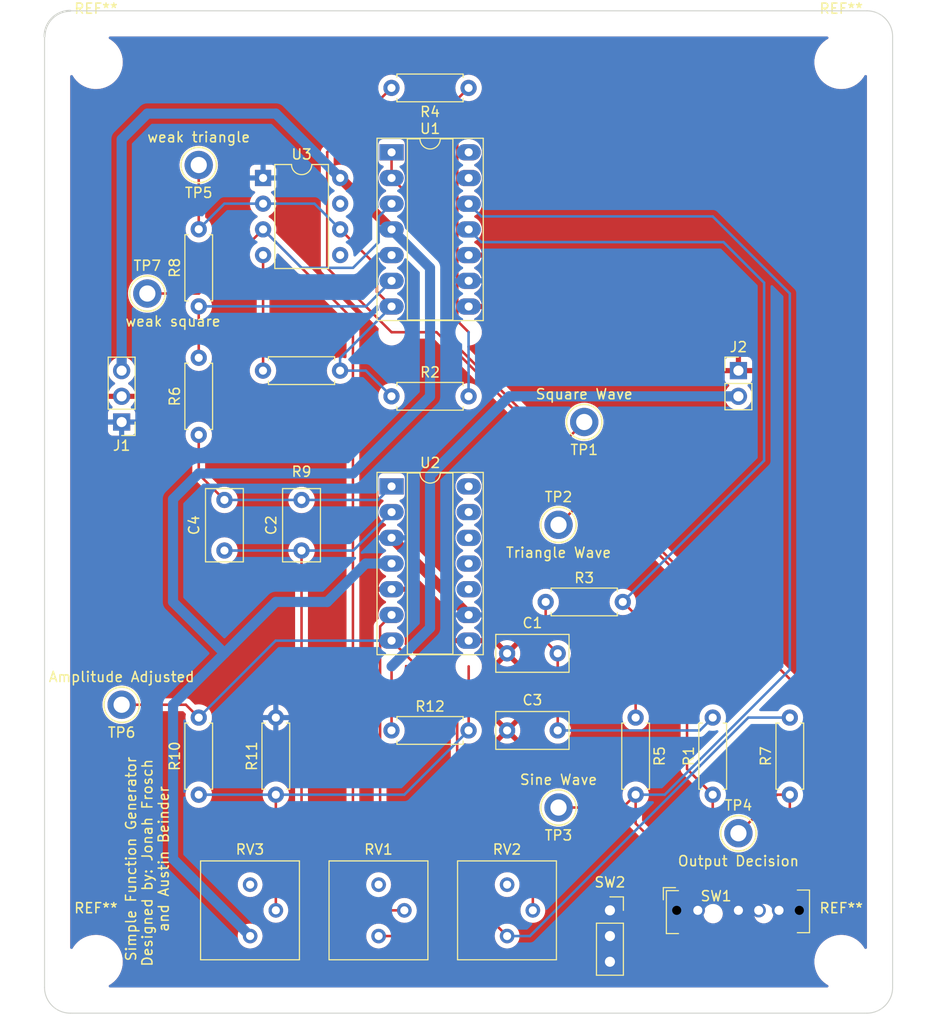
<source format=kicad_pcb>
(kicad_pcb (version 20211014) (generator pcbnew)
  (layers (0 "F.Cu" signal) (31 "B.Cu" signal) (34 "B.Paste" user) (35 "F.Paste" user) (36 "B.SilkS" user "B.Silkscreen") (37 "F.SilkS" user "F.Silkscreen") (38 "B.Mask" user) (39 "F.Mask" user) (44 "Edge.Cuts" user))
  (net 0 "")
  (net 1 "GND")
  (net 2 "Net-(C1-Pad2)")
  (net 3 "Net-(C2-Pad1)")
  (net 4 "Net-(C2-Pad2)")
  (net 5 "+6V")
  (net 6 "-6V")
  (net 7 "output_waveform")
  (net 8 "triangle_wave")
  (net 9 "triangle_weak")
  (net 10 "Net-(R2-Pad2)")
  (net 11 "Net-(R3-Pad2)")
  (net 12 "sine_wave")
  (net 13 "Net-(R6-Pad2)")
  (net 14 "Net-(R7-Pad1)")
  (net 15 "Net-(R7-Pad2)")
  (net 16 "Net-(R9-Pad2)")
  (net 17 "Net-(R10-Pad1)")
  (net 18 "Net-(R10-Pad2)")
  (net 19 "square_wave_weak")
  (net 23 "square_wave")
  (net 29 "Net-(SW1-Pad3)")
  (footprint "Capacitor_THT:C_Rect_L7.0mm_W3.5mm_P5.00mm" (layer "F.Cu") (at 96.52 88.9 90)
    (fp_text reference "C4" (at 2.5 -3 90) (layer "F.SilkS"))
    (fp_text value "100n")
    (fp_line (start -1.12 -1.87) (end 6.12 -1.87) (layer "F.SilkS") (width 0.12))
    (fp_line (start 6.12 -1.87) (end 6.12 1.87) (layer "F.SilkS") (width 0.12))
    (fp_line (start -1.12 -1.87) (end -1.12 1.87) (layer "F.SilkS") (width 0.12))
    (fp_line (start -1.12 1.87) (end 6.12 1.87) (layer "F.SilkS") (width 0.12))
    (pad "1" thru_hole circle (at 0 0 90) (size 1.6 1.6) (drill 0.8) (layers *.Cu *.Mask) (net 3 "Net-(C2-Pad1)"))
    (pad "2" thru_hole circle (at 5 0 90) (size 1.6 1.6) (drill 0.8) (layers *.Cu *.Mask) (net 4 "Net-(C2-Pad2)"))
  )
  (footprint "MountingHole:MountingHole_4.3mm_M4" (layer "F.Cu") (at 157.48 129.54)
    (fp_text reference "REF**" (at 0 -5.3) (layer "F.SilkS"))
    (fp_text value "MountingHole_4.3mm_M4")
    (pad "" np_thru_hole circle (at 0 0) (size 4.3 4.3) (drill 4.3) (layers *.Cu *.Mask))
  )
  (footprint "Potentiometer_THT:Potentiometer_Bourns_3386P_Vertical" (layer "F.Cu") (at 99.06 127)
    (fp_text reference "RV3" (at -0.015 -8.555) (layer "F.SilkS"))
    (fp_text value "5k")
    (fp_line (start -4.9 2.345) (end 4.87 2.345) (layer "F.SilkS") (width 0.12))
    (fp_line (start -4.9 -7.425) (end 4.87 -7.425) (layer "F.SilkS") (width 0.12))
    (fp_line (start 4.87 -7.425) (end 4.87 2.345) (layer "F.SilkS") (width 0.12))
    (fp_line (start -4.9 -7.425) (end -4.9 2.345) (layer "F.SilkS") (width 0.12))
    (pad "1" thru_hole circle (at 0 0) (size 1.44 1.44) (drill 0.8) (layers *.Cu *.Mask) (net 5 "+6V"))
    (pad "2" thru_hole circle (at 2.54 -2.54) (size 1.44 1.44) (drill 0.8) (layers *.Cu *.Mask) (net 17 "Net-(R10-Pad1)"))
    (pad "3" thru_hole circle (at 0 -5.08) (size 1.44 1.44) (drill 0.8) (layers *.Cu *.Mask))
  )
  (footprint "Resistor_THT:R_Axial_DIN0207_L6.3mm_D2.5mm_P7.62mm_Horizontal" (layer "F.Cu") (at 93.98 113.03 90)
    (fp_text reference "R10" (at 3.81 -2.37 90) (layer "F.SilkS"))
    (fp_text value "1k")
    (fp_line (start 0.54 1.04) (end 0.54 1.37) (layer "F.SilkS") (width 0.12))
    (fp_line (start 7.08 1.37) (end 7.08 1.04) (layer "F.SilkS") (width 0.12))
    (fp_line (start 0.54 -1.04) (end 0.54 -1.37) (layer "F.SilkS") (width 0.12))
    (fp_line (start 0.54 -1.37) (end 7.08 -1.37) (layer "F.SilkS") (width 0.12))
    (fp_line (start 0.54 1.37) (end 7.08 1.37) (layer "F.SilkS") (width 0.12))
    (fp_line (start 7.08 -1.37) (end 7.08 -1.04) (layer "F.SilkS") (width 0.12))
    (pad "1" thru_hole circle (at 0 0 90) (size 1.6 1.6) (drill 0.8) (layers *.Cu *.Mask) (net 17 "Net-(R10-Pad1)"))
    (pad "2" thru_hole oval (at 7.62 0 90) (size 1.6 1.6) (drill 0.8) (layers *.Cu *.Mask) (net 18 "Net-(R10-Pad2)"))
  )
  (footprint "Potentiometer_THT:Potentiometer_Bourns_3386P_Vertical" (layer "F.Cu") (at 111.76 127)
    (fp_text reference "RV1" (at -0.015 -8.555) (layer "F.SilkS"))
    (fp_text value "50k")
    (fp_line (start -4.9 2.345) (end 4.87 2.345) (layer "F.SilkS") (width 0.12))
    (fp_line (start -4.9 -7.425) (end 4.87 -7.425) (layer "F.SilkS") (width 0.12))
    (fp_line (start 4.87 -7.425) (end 4.87 2.345) (layer "F.SilkS") (width 0.12))
    (fp_line (start -4.9 -7.425) (end -4.9 2.345) (layer "F.SilkS") (width 0.12))
    (pad "1" thru_hole circle (at 0 0) (size 1.44 1.44) (drill 0.8) (layers *.Cu *.Mask) (net 19 "square_wave_weak"))
    (pad "2" thru_hole circle (at 2.54 -2.54) (size 1.44 1.44) (drill 0.8) (layers *.Cu *.Mask) (net 3 "Net-(C2-Pad1)"))
    (pad "3" thru_hole circle (at 0 -5.08) (size 1.44 1.44) (drill 0.8) (layers *.Cu *.Mask))
  )
  (footprint "Resistor_THT:R_Axial_DIN0207_L6.3mm_D2.5mm_P7.62mm_Horizontal" (layer "F.Cu") (at 101.6 113.03 90)
    (fp_text reference "R11" (at 3.81 -2.37 90) (layer "F.SilkS"))
    (fp_text value "500")
    (fp_line (start 7.08 -1.37) (end 7.08 -1.04) (layer "F.SilkS") (width 0.12))
    (fp_line (start 0.54 1.37) (end 7.08 1.37) (layer "F.SilkS") (width 0.12))
    (fp_line (start 0.54 -1.37) (end 7.08 -1.37) (layer "F.SilkS") (width 0.12))
    (fp_line (start 0.54 1.04) (end 0.54 1.37) (layer "F.SilkS") (width 0.12))
    (fp_line (start 0.54 -1.04) (end 0.54 -1.37) (layer "F.SilkS") (width 0.12))
    (fp_line (start 7.08 1.37) (end 7.08 1.04) (layer "F.SilkS") (width 0.12))
    (pad "1" thru_hole circle (at 0 0 90) (size 1.6 1.6) (drill 0.8) (layers *.Cu *.Mask) (net 17 "Net-(R10-Pad1)"))
    (pad "2" thru_hole oval (at 7.62 0 90) (size 1.6 1.6) (drill 0.8) (layers *.Cu *.Mask) (net 6 "-6V"))
  )
  (footprint "MountingHole:MountingHole_4.3mm_M4" (layer "F.Cu") (at 83.82 40.64)
    (fp_text reference "REF**" (at 0 -5.3) (layer "F.SilkS"))
    (fp_text value "MountingHole_4.3mm_M4")
    (pad "" np_thru_hole circle (at 0 0) (size 4.3 4.3) (drill 4.3) (layers *.Cu *.Mask))
  )
  (footprint "Switches:SW_SP3T" (layer "F.Cu") (at 147.32 124.46)
    (fp_text reference "SW1" (at -2.20726 -1.40462 unlocked) (layer "F.SilkS"))
    (fp_text value "SW_DP3T")
    (fp_line (start -7.1231 2.29406) (end -5.9231 2.29406) (layer "F.SilkS") (width 0.12))
    (fp_line (start -5.9231 -1.94594) (end -7.1231 -1.94594) (layer "F.SilkS") (width 0.12))
    (fp_line (start 7.0231 -1.99274) (end 7.0231 2.20726) (layer "F.SilkS") (width 0.12))
    (fp_line (start -7.4231 -2.24594) (end -7.4231 -1.04594) (layer "F.SilkS") (width 0.12))
    (fp_line (start 5.82112 -2.0066) (end 7.02112 -2.0066) (layer "F.SilkS") (width 0.12))
    (fp_line (start -7.1231 -1.90594) (end -7.1231 2.29406) (layer "F.SilkS") (width 0.12))
    (fp_line (start 7.02112 2.20726) (end 5.82112 2.20726) (layer "F.SilkS") (width 0.12))
    (fp_line (start -6.2231 -2.24594) (end -7.4231 -2.24594) (layer "F.SilkS") (width 0.12))
    (pad "" np_thru_hole circle (at 6.0198 0) (size 1.4 1.4) (drill 0.9) (layers *.Mask))
    (pad "" np_thru_hole circle (at -6.0998 0) (size 1.4 1.4) (drill 0.9) (layers *.Mask))
    (pad "1" thru_hole circle (at 0 0) (size 1.4 1.4) (drill 0.9) (layers *.Cu *.Mask) (net 12 "sine_wave"))
    (pad "2" thru_hole circle (at 2.0066 0) (size 1.4 1.4) (drill 0.9) (layers *.Cu *.Mask) (net 8 "triangle_wave"))
    (pad "3" thru_hole circle (at -4.0132 0) (size 1.4 1.4) (drill 0.9) (layers *.Cu *.Mask) (net 29 "Net-(SW1-Pad3)"))
    (pad "4" thru_hole circle (at 4.0132 0) (size 1.4 1.4) (drill 0.9) (layers *.Cu *.Mask) (net 23 "square_wave"))
  )
  (footprint "Resistor_THT:R_Axial_DIN0207_L6.3mm_D2.5mm_P7.62mm_Horizontal" (layer "F.Cu") (at 128.27 93.98)
    (fp_text reference "R3" (at 3.81 -2.37) (layer "F.SilkS"))
    (fp_text value "2.5k")
    (fp_line (start 0.54 1.37) (end 7.08 1.37) (layer "F.SilkS") (width 0.12))
    (fp_line (start 7.08 1.37) (end 7.08 1.04) (layer "F.SilkS") (width 0.12))
    (fp_line (start 0.54 -1.04) (end 0.54 -1.37) (layer "F.SilkS") (width 0.12))
    (fp_line (start 0.54 -1.37) (end 7.08 -1.37) (layer "F.SilkS") (width 0.12))
    (fp_line (start 0.54 1.04) (end 0.54 1.37) (layer "F.SilkS") (width 0.12))
    (fp_line (start 7.08 -1.37) (end 7.08 -1.04) (layer "F.SilkS") (width 0.12))
    (pad "1" thru_hole circle (at 0 0) (size 1.6 1.6) (drill 0.8) (layers *.Cu *.Mask) (net 2 "Net-(C1-Pad2)"))
    (pad "2" thru_hole oval (at 7.62 0) (size 1.6 1.6) (drill 0.8) (layers *.Cu *.Mask) (net 11 "Net-(R3-Pad2)"))
  )
  (footprint "Resistor_THT:R_Axial_DIN0207_L6.3mm_D2.5mm_P7.62mm_Horizontal" (layer "F.Cu") (at 144.78 113.03 90)
    (fp_text reference "R1" (at 3.81 -2.37 90) (layer "F.SilkS"))
    (fp_text value "2.5k")
    (fp_line (start 0.54 -1.04) (end 0.54 -1.37) (layer "F.SilkS") (width 0.12))
    (fp_line (start 7.08 -1.37) (end 7.08 -1.04) (layer "F.SilkS") (width 0.12))
    (fp_line (start 0.54 1.37) (end 7.08 1.37) (layer "F.SilkS") (width 0.12))
    (fp_line (start 0.54 -1.37) (end 7.08 -1.37) (layer "F.SilkS") (width 0.12))
    (fp_line (start 7.08 1.37) (end 7.08 1.04) (layer "F.SilkS") (width 0.12))
    (fp_line (start 0.54 1.04) (end 0.54 1.37) (layer "F.SilkS") (width 0.12))
    (pad "1" thru_hole circle (at 0 0 90) (size 1.6 1.6) (drill 0.8) (layers *.Cu *.Mask) (net 8 "triangle_wave"))
    (pad "2" thru_hole oval (at 7.62 0 90) (size 1.6 1.6) (drill 0.8) (layers *.Cu *.Mask) (net 2 "Net-(C1-Pad2)"))
  )
  (footprint "Resistor_THT:R_Axial_DIN0207_L6.3mm_D2.5mm_P7.62mm_Horizontal" (layer "F.Cu") (at 113.03 106.68)
    (fp_text reference "R12" (at 3.81 -2.37) (layer "F.SilkS"))
    (fp_text value "1k")
    (fp_line (start 0.54 -1.04) (end 0.54 -1.37) (layer "F.SilkS") (width 0.12))
    (fp_line (start 7.08 1.37) (end 7.08 1.04) (layer "F.SilkS") (width 0.12))
    (fp_line (start 0.54 1.04) (end 0.54 1.37) (layer "F.SilkS") (width 0.12))
    (fp_line (start 0.54 1.37) (end 7.08 1.37) (layer "F.SilkS") (width 0.12))
    (fp_line (start 7.08 -1.37) (end 7.08 -1.04) (layer "F.SilkS") (width 0.12))
    (fp_line (start 0.54 -1.37) (end 7.08 -1.37) (layer "F.SilkS") (width 0.12))
    (pad "1" thru_hole circle (at 0 0) (size 1.6 1.6) (drill 0.8) (layers *.Cu *.Mask) (net 7 "output_waveform"))
    (pad "2" thru_hole oval (at 7.62 0) (size 1.6 1.6) (drill 0.8) (layers *.Cu *.Mask) (net 17 "Net-(R10-Pad1)"))
  )
  (footprint "MountingHole:MountingHole_4.3mm_M4" (layer "F.Cu") (at 157.48 40.64)
    (fp_text reference "REF**" (at 0 -5.3) (layer "F.SilkS"))
    (fp_text value "MountingHole_4.3mm_M4")
    (pad "" np_thru_hole circle (at 0 0) (size 4.3 4.3) (drill 4.3) (layers *.Cu *.Mask))
  )
  (footprint "TestPoint:TestPoint_Keystone_5010-5014_Multipurpose" (layer "F.Cu") (at 129.54 114.3 180)
    (fp_text reference "TP3" (at 0 -2.75) (layer "F.SilkS"))
    (fp_text value "Sine Wave" (at 0 2.75) (layer "F.SilkS"))
    (fp_circle (center 0 0) (end 1.75 0) (layer "F.SilkS") (width 0.15) (fill none))
    (pad "1" thru_hole circle (at 0 0 180) (size 2.8 2.8) (drill 1.6) (layers *.Cu *.Mask) (net 12 "sine_wave"))
  )
  (footprint "Package_DIP:DIP-14_W7.62mm_Socket_LongPads" (layer "F.Cu") (at 113.04 49.545)
    (fp_text reference "U1" (at 3.81 -2.33) (layer "F.SilkS"))
    (fp_text value "LM324")
    (fp_line (start 1.56 16.57) (end 6.06 16.57) (layer "F.SilkS") (width 0.12))
    (fp_line (start -1.44 16.63) (end 9.06 16.63) (layer "F.SilkS") (width 0.12))
    (fp_line (start 2.81 -1.33) (end 1.56 -1.33) (layer "F.SilkS") (width 0.12))
    (fp_line (start -1.44 -1.39) (end -1.44 16.63) (layer "F.SilkS") (width 0.12))
    (fp_line (start 9.06 16.63) (end 9.06 -1.39) (layer "F.SilkS") (width 0.12))
    (fp_line (start 6.06 -1.33) (end 4.81 -1.33) (layer "F.SilkS") (width 0.12))
    (fp_line (start 6.06 16.57) (end 6.06 -1.33) (layer "F.SilkS") (width 0.12))
    (fp_line (start 1.56 -1.33) (end 1.56 16.57) (layer "F.SilkS") (width 0.12))
    (fp_line (start 9.06 -1.39) (end -1.44 -1.39) (layer "F.SilkS") (width 0.12))
    (fp_arc (start 4.81 -1.33) (mid 3.81 -0.33) (end 2.81 -1.33) (layer "F.SilkS") (width 0.12))
    (pad "1" thru_hole rect (at 0 0) (size 2.4 1.6) (drill 0.8) (layers *.Cu *.Mask) (net 23 "square_wave"))
    (pad "2" thru_hole oval (at 0 2.54) (size 2.4 1.6) (drill 0.8) (layers *.Cu *.Mask) (net 23 "square_wave"))
    (pad "3" thru_hole oval (at 0 5.08) (size 2.4 1.6) (drill 0.8) (layers *.Cu *.Mask) (net 19 "square_wave_weak"))
    (pad "4" thru_hole oval (at 0 7.62) (size 2.4 1.6) (drill 0.8) (layers *.Cu *.Mask) (net 5 "+6V"))
    (pad "5" thru_hole oval (at 0 10.16) (size 2.4 1.6) (drill 0.8) (layers *.Cu *.Mask) (net 6 "-6V"))
    (pad "6" thru_hole oval (at 0 12.7) (size 2.4 1.6) (drill 0.8) (layers *.Cu *.Mask) (net 13 "Net-(R6-Pad2)"))
    (pad "7" thru_hole oval (at 0 15.24) (size 2.4 1.6) (drill 0.8) (layers *.Cu *.Mask) (net 9 "triangle_weak"))
    (pad "8" thru_hole oval (at 7.62 15.24) (size 2.4 1.6) (drill 0.8) (layers *.Cu *.Mask) (net 8 "triangle_wave"))
    (pad "9" thru_hole oval (at 7.62 12.7) (size 2.4 1.6) (drill 0.8) (layers *.Cu *.Mask) (net 10 "Net-(R2-Pad2)"))
    (pad "10" thru_hole oval (at 7.62 10.16) (size 2.4 1.6) (drill 0.8) (layers *.Cu *.Mask) (net 1 "GND"))
    (pad "11" thru_hole oval (at 7.62 7.62) (size 2.4 1.6) (drill 0.8) (layers *.Cu *.Mask) (net 6 "-6V"))
    (pad "12" thru_hole oval (at 7.62 5.08) (size 2.4 1.6) (drill 0.8) (layers *.Cu *.Mask) (net 1 "GND"))
    (pad "13" thru_hole oval (at 7.62 2.54) (size 2.4 1.6) (drill 0.8) (layers *.Cu *.Mask) (net 11 "Net-(R3-Pad2)"))
    (pad "14" thru_hole oval (at 7.62 0) (size 2.4 1.6) (drill 0.8) (layers *.Cu *.Mask) (net 12 "sine_wave"))
  )
  (footprint "MountingHole:MountingHole_4.3mm_M4" (layer "F.Cu") (at 83.82 129.54)
    (fp_text reference "REF**" (at 0 -5.3) (layer "F.SilkS"))
    (fp_text value "MountingHole_4.3mm_M4")
    (pad "" np_thru_hole circle (at 0 0) (size 4.3 4.3) (drill 4.3) (layers *.Cu *.Mask))
  )
  (footprint "Connector_PinSocket_2.54mm:PinSocket_1x03_P2.54mm_Vertical" (layer "F.Cu") (at 134.62 124.46)
    (fp_text reference "SW2" (at 0 -2.77) (layer "F.SilkS"))
    (fp_text value "SW_DPDT_x2")
    (fp_line (start 1.33 1.27) (end 1.33 6.41) (layer "F.SilkS") (width 0.12))
    (fp_line (start 0 -1.33) (end 1.33 -1.33) (layer "F.SilkS") (width 0.12))
    (fp_line (start -1.33 1.27) (end -1.33 6.41) (layer "F.SilkS") (width 0.12))
    (fp_line (start -1.33 1.27) (end 1.33 1.27) (layer "F.SilkS") (width 0.12))
    (fp_line (start 1.33 -1.33) (end 1.33 0) (layer "F.SilkS") (width 0.12))
    (fp_line (start -1.33 6.41) (end 1.33 6.41) (layer "F.SilkS") (width 0.12))
    (pad "1" thru_hole rect (at 0 0) (size 1.7 1.7) (drill 1) (layers *.Cu *.Mask) (net 14 "Net-(R7-Pad1)"))
    (pad "2" thru_hole oval (at 0 2.54) (size 1.7 1.7) (drill 1) (layers *.Cu *.Mask) (net 29 "Net-(SW1-Pad3)"))
    (pad "3" thru_hole oval (at 0 5.08) (size 1.7 1.7) (drill 1) (layers *.Cu *.Mask) (net 1 "GND"))
  )
  (footprint "Capacitor_THT:C_Rect_L7.0mm_W3.5mm_P5.00mm" (layer "F.Cu") (at 124.46 99.06)
    (fp_text reference "C1" (at 2.5 -3) (layer "F.SilkS"))
    (fp_text value "100n")
    (fp_line (start -1.12 -1.87) (end -1.12 1.87) (layer "F.SilkS") (width 0.12))
    (fp_line (start 6.12 -1.87) (end 6.12 1.87) (layer "F.SilkS") (width 0.12))
    (fp_line (start -1.12 -1.87) (end 6.12 -1.87) (layer "F.SilkS") (width 0.12))
    (fp_line (start -1.12 1.87) (end 6.12 1.87) (layer "F.SilkS") (width 0.12))
    (pad "1" thru_hole circle (at 0 0) (size 1.6 1.6) (drill 0.8) (layers *.Cu *.Mask) (net 1 "GND"))
    (pad "2" thru_hole circle (at 5 0) (size 1.6 1.6) (drill 0.8) (layers *.Cu *.Mask) (net 2 "Net-(C1-Pad2)"))
  )
  (footprint "Connector_PinHeader_2.54mm:PinHeader_1x03_P2.54mm_Vertical" (layer "F.Cu") (at 86.36 76.2 180)
    (fp_text reference "J1" (at 0 -2.33) (layer "F.SilkS"))
    (fp_text value "Conn_01x03_Female")
    (fp_line (start -1.33 6.41) (end 1.33 6.41) (layer "F.SilkS") (width 0.12))
    (fp_line (start -1.33 -1.33) (end 0 -1.33) (layer "F.SilkS") (width 0.12))
    (fp_line (start -1.33 1.27) (end -1.33 6.41) (layer "F.SilkS") (width 0.12))
    (fp_line (start -1.33 0) (end -1.33 -1.33) (layer "F.SilkS") (width 0.12))
    (fp_line (start -1.33 1.27) (end 1.33 1.27) (layer "F.SilkS") (width 0.12))
    (fp_line (start 1.33 1.27) (end 1.33 6.41) (layer "F.SilkS") (width 0.12))
    (pad "1" thru_hole rect (at 0 0 180) (size 1.7 1.7) (drill 1) (layers *.Cu *.Mask) (net 6 "-6V"))
    (pad "2" thru_hole oval (at 0 2.54 180) (size 1.7 1.7) (drill 1) (layers *.Cu *.Mask) (net 1 "GND"))
    (pad "3" thru_hole oval (at 0 5.08 180) (size 1.7 1.7) (drill 1) (layers *.Cu *.Mask) (net 5 "+6V"))
  )
  (footprint "TestPoint:TestPoint_Keystone_5010-5014_Multipurpose" (layer "F.Cu") (at 86.36 104.14 180)
    (fp_text reference "TP6" (at 0 -2.75) (layer "F.SilkS"))
    (fp_text value "Amplitude Adjusted" (at 0 2.75) (layer "F.SilkS"))
    (fp_circle (center 0 0) (end 1.75 0) (layer "F.SilkS") (width 0.15) (fill none))
    (pad "1" thru_hole circle (at 0 0 180) (size 2.8 2.8) (drill 1.6) (layers *.Cu *.Mask) (net 18 "Net-(R10-Pad2)"))
  )
  (footprint "Package_DIP:DIP-8_W7.62mm" (layer "F.Cu") (at 100.34 52.08)
    (fp_text reference "U3" (at 3.81 -2.33) (layer "F.SilkS"))
    (fp_text value "NE555P")
    (fp_line (start 1.16 -1.33) (end 1.16 8.95) (layer "F.SilkS") (width 0.12))
    (fp_line (start 6.46 -1.33) (end 4.81 -1.33) (layer "F.SilkS") (width 0.12))
    (fp_line (start 1.16 8.95) (end 6.46 8.95) (layer "F.SilkS") (width 0.12))
    (fp_line (start 6.46 8.95) (end 6.46 -1.33) (layer "F.SilkS") (width 0.12))
    (fp_line (start 2.81 -1.33) (end 1.16 -1.33) (layer "F.SilkS") (width 0.12))
    (fp_arc (start 4.81 -1.33) (mid 3.81 -0.33) (end 2.81 -1.33) (layer "F.SilkS") (width 0.12))
    (pad "1" thru_hole rect (at 0 0) (size 1.6 1.6) (drill 0.8) (layers *.Cu *.Mask) (net 6 "-6V"))
    (pad "2" thru_hole oval (at 0 2.54) (size 1.6 1.6) (drill 0.8) (layers *.Cu *.Mask) (net 9 "triangle_weak"))
    (pad "3" thru_hole oval (at 0 5.08) (size 1.6 1.6) (drill 0.8) (layers *.Cu *.Mask) (net 19 "square_wave_weak"))
    (pad "4" thru_hole oval (at 0 7.62) (size 1.6 1.6) (drill 0.8) (layers *.Cu *.Mask) (net 16 "Net-(R9-Pad2)"))
    (pad "5" thru_hole oval (at 7.62 7.62) (size 1.6 1.6) (drill 0.8) (layers *.Cu *.Mask))
    (pad "6" thru_hole oval (at 7.62 5.08) (size 1.6 1.6) (drill 0.8) (layers *.Cu *.Mask) (net 9 "triangle_weak"))
    (pad "7" thru_hole oval (at 7.62 2.54) (size 1.6 1.6) (drill 0.8) (layers *.Cu *.Mask))
    (pad "8" thru_hole oval (at 7.62 0) (size 1.6 1.6) (drill 0.8) (layers *.Cu *.Mask) (net 5 "+6V"))
  )
  (footprint "Resistor_THT:R_Axial_DIN0207_L6.3mm_D2.5mm_P7.62mm_Horizontal" (layer "F.Cu") (at 113.03 73.66)
    (fp_text reference "R2" (at 3.81 -2.37) (layer "F.SilkS"))
    (fp_text value "1k")
    (fp_line (start 7.08 1.37) (end 7.08 1.04) (layer "F.SilkS") (width 0.12))
    (fp_line (start 0.54 -1.37) (end 7.08 -1.37) (layer "F.SilkS") (width 0.12))
    (fp_line (start 7.08 -1.37) (end 7.08 -1.04) (layer "F.SilkS") (width 0.12))
    (fp_line (start 0.54 1.37) (end 7.08 1.37) (layer "F.SilkS") (width 0.12))
    (fp_line (start 0.54 1.04) (end 0.54 1.37) (layer "F.SilkS") (width 0.12))
    (fp_line (start 0.54 -1.04) (end 0.54 -1.37) (layer "F.SilkS") (width 0.12))
    (pad "1" thru_hole circle (at 0 0) (size 1.6 1.6) (drill 0.8) (layers *.Cu *.Mask) (net 9 "triangle_weak"))
    (pad "2" thru_hole oval (at 7.62 0) (size 1.6 1.6) (drill 0.8) (layers *.Cu *.Mask) (net 10 "Net-(R2-Pad2)"))
  )
  (footprint "Resistor_THT:R_Axial_DIN0207_L6.3mm_D2.5mm_P7.62mm_Horizontal" (layer "F.Cu") (at 107.95 71.12 180)
    (fp_text reference "R9" (at 3.81 -9.99) (layer "F.SilkS"))
    (fp_text value "1M")
    (fp_line (start 7.08 -1.37) (end 7.08 -1.04) (layer "F.SilkS") (width 0.12))
    (fp_line (start 0.54 1.37) (end 7.08 1.37) (layer "F.SilkS") (width 0.12))
    (fp_line (start 0.54 1.04) (end 0.54 1.37) (layer "F.SilkS") (width 0.12))
    (fp_line (start 0.54 -1.04) (end 0.54 -1.37) (layer "F.SilkS") (width 0.12))
    (fp_line (start 7.08 1.37) (end 7.08 1.04) (layer "F.SilkS") (width 0.12))
    (fp_line (start 0.54 -1.37) (end 7.08 -1.37) (layer "F.SilkS") (width 0.12))
    (pad "1" thru_hole circle (at 0 0 180) (size 1.6 1.6) (drill 0.8) (layers *.Cu *.Mask) (net 9 "triangle_weak"))
    (pad "2" thru_hole oval (at 7.62 0 180) (size 1.6 1.6) (drill 0.8) (layers *.Cu *.Mask) (net 16 "Net-(R9-Pad2)"))
  )
  (footprint "TestPoint:TestPoint_Keystone_5010-5014_Multipurpose" (layer "F.Cu") (at 93.98 50.8 180)
    (fp_text reference "TP5" (at 0 -2.75) (layer "F.SilkS"))
    (fp_text value "weak triangle" (at 0 2.75) (layer "F.SilkS"))
    (fp_circle (center 0 0) (end 1.75 0) (layer "F.SilkS") (width 0.15) (fill none))
    (pad "1" thru_hole circle (at 0 0 180) (size 2.8 2.8) (drill 1.6) (layers *.Cu *.Mask) (net 9 "triangle_weak"))
  )
  (footprint "Resistor_THT:R_Axial_DIN0207_L6.3mm_D2.5mm_P7.62mm_Horizontal" (layer "F.Cu") (at 93.98 64.77 90)
    (fp_text reference "R8" (at 3.81 -2.37 90) (layer "F.SilkS"))
    (fp_text value "1k")
    (fp_line (start 0.54 -1.37) (end 7.08 -1.37) (layer "F.SilkS") (width 0.12))
    (fp_line (start 0.54 1.04) (end 0.54 1.37) (layer "F.SilkS") (width 0.12))
    (fp_line (start 7.08 1.37) (end 7.08 1.04) (layer "F.SilkS") (width 0.12))
    (fp_line (start 0.54 -1.04) (end 0.54 -1.37) (layer "F.SilkS") (width 0.12))
    (fp_line (start 7.08 -1.37) (end 7.08 -1.04) (layer "F.SilkS") (width 0.12))
    (fp_line (start 0.54 1.37) (end 7.08 1.37) (layer "F.SilkS") (width 0.12))
    (pad "1" thru_hole circle (at 0 0 90) (size 1.6 1.6) (drill 0.8) (layers *.Cu *.Mask) (net 13 "Net-(R6-Pad2)"))
    (pad "2" thru_hole oval (at 7.62 0 90) (size 1.6 1.6) (drill 0.8) (layers *.Cu *.Mask) (net 9 "triangle_weak"))
  )
  (footprint "TestPoint:TestPoint_Keystone_5010-5014_Multipurpose" (layer "F.Cu") (at 88.9 63.5)
    (fp_text reference "TP7" (at 0 -2.75) (layer "F.SilkS"))
    (fp_text value "weak square" (at 2.54 2.75) (layer "F.SilkS"))
    (fp_circle (center 0 0) (end 1.75 0) (layer "F.SilkS") (width 0.15) (fill none))
    (pad "1" thru_hole circle (at 0 0) (size 2.8 2.8) (drill 1.6) (layers *.Cu *.Mask) (net 19 "square_wave_weak"))
  )
  (footprint "Capacitor_THT:C_Rect_L7.0mm_W3.5mm_P5.00mm" (layer "F.Cu") (at 104.14 88.9 90)
    (fp_text reference "C2" (at 2.5 -3 90) (layer "F.SilkS"))
    (fp_text value "100n")
    (fp_line (start 6.12 -1.87) (end 6.12 1.87) (layer "F.SilkS") (width 0.12))
    (fp_line (start -1.12 -1.87) (end 6.12 -1.87) (layer "F.SilkS") (width 0.12))
    (fp_line (start -1.12 -1.87) (end -1.12 1.87) (layer "F.SilkS") (width 0.12))
    (fp_line (start -1.12 1.87) (end 6.12 1.87) (layer "F.SilkS") (width 0.12))
    (pad "1" thru_hole circle (at 0 0 90) (size 1.6 1.6) (drill 0.8) (layers *.Cu *.Mask) (net 3 "Net-(C2-Pad1)"))
    (pad "2" thru_hole circle (at 5 0 90) (size 1.6 1.6) (drill 0.8) (layers *.Cu *.Mask) (net 4 "Net-(C2-Pad2)"))
  )
  (footprint "Package_DIP:DIP-14_W7.62mm_Socket_LongPads" (layer "F.Cu") (at 113.04 82.565)
    (fp_text reference "U2" (at 3.81 -2.33) (layer "F.SilkS"))
    (fp_text value "LM324")
    (fp_line (start -1.44 16.63) (end 9.06 16.63) (layer "F.SilkS") (width 0.12))
    (fp_line (start 9.06 16.63) (end 9.06 -1.39) (layer "F.SilkS") (width 0.12))
    (fp_line (start 6.06 16.57) (end 6.06 -1.33) (layer "F.SilkS") (width 0.12))
    (fp_line (start 1.56 16.57) (end 6.06 16.57) (layer "F.SilkS") (width 0.12))
    (fp_line (start 2.81 -1.33) (end 1.56 -1.33) (layer "F.SilkS") (width 0.12))
    (fp_line (start 6.06 -1.33) (end 4.81 -1.33) (layer "F.SilkS") (width 0.12))
    (fp_line (start 1.56 -1.33) (end 1.56 16.57) (layer "F.SilkS") (width 0.12))
    (fp_line (start 9.06 -1.39) (end -1.44 -1.39) (layer "F.SilkS") (width 0.12))
    (fp_line (start -1.44 -1.39) (end -1.44 16.63) (layer "F.SilkS") (width 0.12))
    (fp_arc (start 4.81 -1.33) (mid 3.81 -0.33) (end 2.81 -1.33) (layer "F.SilkS") (width 0.12))
    (pad "1" thru_hole rect (at 0 0) (size 2.4 1.6) (drill 0.8) (layers *.Cu *.Mask) (net 4 "Net-(C2-Pad2)"))
    (pad "2" thru_hole oval (at 0 2.54) (size 2.4 1.6) (drill 0.8) (layers *.Cu *.Mask) (net 3 "Net-(C2-Pad1)"))
    (pad "3" thru_hole oval (at 0 5.08) (size 2.4 1.6) (drill 0.8) (layers *.Cu *.Mask) (net 6 "-6V"))
    (pad "4" thru_hole oval (at 0 7.62) (size 2.4 1.6) (drill 0.8) (layers *.Cu *.Mask) (net 5 "+6V"))
    (pad "5" thru_hole oval (at 0 10.16) (size 2.4 1.6) (drill 0.8) (layers *.Cu *.Mask) (net 1 "GND"))
    (pad "6" thru_hole oval (at 0 12.7) (size 2.4 1.6) (drill 0.8) (layers *.Cu *.Mask) (net 15 "Net-(R7-Pad2)"))
    (pad "7" thru_hole oval (at 0 15.24) (size 2.4 1.6) (drill 0.8) (layers *.Cu *.Mask) (net 18 "Net-(R10-Pad2)"))
    (pad "8" thru_hole oval (at 7.62 15.24) (size 2.4 1.6) (drill 0.8) (layers *.Cu *.Mask) (net 7 "output_waveform"))
    (pad "9" thru_hole oval (at 7.62 12.7) (size 2.4 1.6) (drill 0.8) (layers *.Cu *.Mask) (net 17 "Net-(R10-Pad1)"))
    (pad "10" thru_hole oval (at 7.62 10.16) (size 2.4 1.6) (drill 0.8) (layers *.Cu *.Mask) (net 1 "GND"))
    (pad "11" thru_hole oval (at 7.62 7.62) (size 2.4 1.6) (drill 0.8) (layers *.Cu *.Mask) (net 6 "-6V"))
    (pad "12" thru_hole oval (at 7.62 5.08) (size 2.4 1.6) (drill 0.8) (layers *.Cu *.Mask))
    (pad "13" thru_hole oval (at 7.62 2.54) (size 2.4 1.6) (drill 0.8) (layers *.Cu *.Mask))
    (pad "14" thru_hole oval (at 7.62 0) (size 2.4 1.6) (drill 0.8) (layers *.Cu *.Mask))
  )
  (footprint "Resistor_THT:R_Axial_DIN0207_L6.3mm_D2.5mm_P7.62mm_Horizontal" (layer "F.Cu") (at 120.65 43.18 180)
    (fp_text reference "R4" (at 3.81 -2.37) (layer "F.SilkS"))
    (fp_text value "2.5k")
    (fp_line (start 7.08 1.37) (end 7.08 1.04) (layer "F.SilkS") (width 0.12))
    (fp_line (start 0.54 -1.37) (end 7.08 -1.37) (layer "F.SilkS") (width 0.12))
    (fp_line (start 0.54 1.04) (end 0.54 1.37) (layer "F.SilkS") (width 0.12))
    (fp_line (start 0.54 1.37) (end 7.08 1.37) (layer "F.SilkS") (width 0.12))
    (fp_line (start 7.08 -1.37) (end 7.08 -1.04) (layer "F.SilkS") (width 0.12))
    (fp_line (start 0.54 -1.04) (end 0.54 -1.37) (layer "F.SilkS") (width 0.12))
    (pad "1" thru_hole circle (at 0 0 180) (size 1.6 1.6) (drill 0.8) (layers *.Cu *.Mask) (net 10 "Net-(R2-Pad2)"))
    (pad "2" thru_hole oval (at 7.62 0 180) (size 1.6 1.6) (drill 0.8) (layers *.Cu *.Mask) (net 8 "triangle_wave"))
  )
  (footprint "Resistor_THT:R_Axial_DIN0207_L6.3mm_D2.5mm_P7.62mm_Horizontal" (layer "F.Cu") (at 137.16 105.41 -90)
    (fp_text reference "R5" (at 3.81 -2.37 90) (layer "F.SilkS"))
    (fp_text value "250k")
    (fp_line (start 0.54 -1.04) (end 0.54 -1.37) (layer "F.SilkS") (width 0.12))
    (fp_line (start 0.54 -1.37) (end 7.08 -1.37) (layer "F.SilkS") (width 0.12))
    (fp_line (start 7.08 -1.37) (end 7.08 -1.04) (layer "F.SilkS") (width 0.12))
    (fp_line (start 0.54 1.04) (end 0.54 1.37) (layer "F.SilkS") (width 0.12))
    (fp_line (start 7.08 1.37) (end 7.08 1.04) (layer "F.SilkS") (width 0.12))
    (fp_line (start 0.54 1.37) (end 7.08 1.37) (layer "F.SilkS") (width 0.12))
    (pad "1" thru_hole circle (at 0 0 270) (size 1.6 1.6) (drill 0.8) (layers *.Cu *.Mask) (net 11 "Net-(R3-Pad2)"))
    (pad "2" thru_hole oval (at 7.62 0 270) (size 1.6 1.6) (drill 0.8) (layers *.Cu *.Mask) (net 12 "sine_wave"))
  )
  (footprint "Capacitor_THT:C_Rect_L7.0mm_W3.5mm_P5.00mm" (layer "F.Cu") (at 124.46 106.68)
    (fp_text reference "C3" (at 2.5 -3) (layer "F.SilkS"))
    (fp_text value "100n")
    (fp_line (start -1.12 -1.87) (end -1.12 1.87) (layer "F.SilkS") (width 0.12))
    (fp_line (start 6.12 -1.87) (end 6.12 1.87) (layer "F.SilkS") (width 0.12))
    (fp_line (start -1.12 1.87) (end 6.12 1.87) (layer "F.SilkS") (width 0.12))
    (fp_line (start -1.12 -1.87) (end 6.12 -1.87) (layer "F.SilkS") (width 0.12))
    (pad "1" thru_hole circle (at 0 0) (size 1.6 1.6) (drill 0.8) (layers *.Cu *.Mask) (net 1 "GND"))
    (pad "2" thru_hole circle (at 5 0) (size 1.6 1.6) (drill 0.8) (layers *.Cu *.Mask) (net 2 "Net-(C1-Pad2)"))
  )
  (footprint "TestPoint:TestPoint_Keystone_5010-5014_Multipurpose" (layer "F.Cu") (at 147.32 116.84)
    (fp_text reference "TP4" (at 0 -2.75) (layer "F.SilkS"))
    (fp_text value "Output Decision" (at 0 2.75) (layer "F.SilkS"))
    (fp_circle (center 0 0) (end 1.75 0) (layer "F.SilkS") (width 0.15) (fill none))
    (pad "1" thru_hole circle (at 0 0) (size 2.8 2.8) (drill 1.6) (layers *.Cu *.Mask) (net 29 "Net-(SW1-Pad3)"))
  )
  (footprint "Connector_PinHeader_2.54mm:PinHeader_1x02_P2.54mm_Vertical" (layer "F.Cu") (at 147.32 71.12)
    (fp_text reference "J2" (at 0 -2.33) (layer "F.SilkS"))
    (fp_text value "Conn_01x02_Male")
    (fp_line (start 1.33 1.27) (end 1.33 3.87) (layer "F.SilkS") (width 0.12))
    (fp_line (start -1.33 3.87) (end 1.33 3.87) (layer "F.SilkS") (width 0.12))
    (fp_line (start -1.33 0) (end -1.33 -1.33) (layer "F.SilkS") (width 0.12))
    (fp_line (start -1.33 1.27) (end -1.33 3.87) (layer "F.SilkS") (width 0.12))
    (fp_line (start -1.33 -1.33) (end 0 -1.33) (layer "F.SilkS") (width 0.12))
    (fp_line (start -1.33 1.27) (end 1.33 1.27) (layer "F.SilkS") (width 0.12))
    (pad "1" thru_hole rect (at 0 0) (size 1.7 1.7) (drill 1) (layers *.Cu *.Mask) (net 1 "GND"))
    (pad "2" thru_hole oval (at 0 2.54) (size 1.7 1.7) (drill 1) (layers *.Cu *.Mask) (net 7 "output_waveform"))
  )
  (footprint "TestPoint:TestPoint_Keystone_5010-5014_Multipurpose" (layer "F.Cu") (at 129.54 86.36)
    (fp_text reference "TP2" (at 0 -2.75) (layer "F.SilkS"))
    (fp_text value "Triangle Wave" (at 0 2.75) (layer "F.SilkS"))
    (fp_circle (center 0 0) (end 1.75 0) (layer "F.SilkS") (width 0.15) (fill none))
    (pad "1" thru_hole circle (at 0 0) (size 2.8 2.8) (drill 1.6) (layers *.Cu *.Mask) (net 8 "triangle_wave"))
  )
  (footprint "TestPoint:TestPoint_Keystone_5010-5014_Multipurpose" (layer "F.Cu") (at 132.08 76.2 180)
    (fp_text reference "TP1" (at 0 -2.75) (layer "F.SilkS"))
    (fp_text value "Square Wave" (at 0 2.75) (layer "F.SilkS"))
    (fp_circle (center 0 0) (end 1.75 0) (layer "F.SilkS") (width 0.15) (fill none))
    (pad "1" thru_hole circle (at 0 0 180) (size 2.8 2.8) (drill 1.6) (layers *.Cu *.Mask) (net 23 "square_wave"))
  )
  (footprint "Resistor_THT:R_Axial_DIN0207_L6.3mm_D2.5mm_P7.62mm_Horizontal" (layer "F.Cu") (at 93.98 77.47 90)
    (fp_text reference "R6" (at 3.81 -2.37 90) (layer "F.SilkS"))
    (fp_text value "1k")
    (fp_line (start 0.54 1.04) (end 0.54 1.37) (layer "F.SilkS") (width 0.12))
    (fp_line (start 0.54 1.37) (end 7.08 1.37) (layer "F.SilkS") (width 0.12))
    (fp_line (start 7.08 1.37) (end 7.08 1.04) (layer "F.SilkS") (width 0.12))
    (fp_line (start 0.54 -1.04) (end 0.54 -1.37) (layer "F.SilkS") (width 0.12))
    (fp_line (start 0.54 -1.37) (end 7.08 -1.37) (layer "F.SilkS") (width 0.12))
    (fp_line (start 7.08 -1.37) (end 7.08 -1.04) (layer "F.SilkS") (width 0.12))
    (pad "1" thru_hole circle (at 0 0 90) (size 1.6 1.6) (drill 0.8) (layers *.Cu *.Mask) (net 4 "Net-(C2-Pad2)"))
    (pad "2" thru_hole oval (at 7.62 0 90) (size 1.6 1.6) (drill 0.8) (layers *.Cu *.Mask) (net 13 "Net-(R6-Pad2)"))
  )
  (footprint "Potentiometer_THT:Potentiometer_Bourns_3386P_Vertical" (layer "F.Cu") (at 124.46 127)
    (fp_text reference "RV2" (at -0.015 -8.555) (layer "F.SilkS"))
    (fp_text value "10k")
    (fp_line (start -4.9 -7.425) (end 4.87 -7.425) (layer "F.SilkS") (width 0.12))
    (fp_line (start -4.9 -7.425) (end -4.9 2.345) (layer "F.SilkS") (width 0.12))
    (fp_line (start -4.9 2.345) (end 4.87 2.345) (layer "F.SilkS") (width 0.12))
    (fp_line (start 4.87 -7.425) (end 4.87 2.345) (layer "F.SilkS") (width 0.12))
    (pad "1" thru_hole circle (at 0 0) (size 1.44 1.44) (drill 0.8) (layers *.Cu *.Mask) (net 15 "Net-(R7-Pad2)"))
    (pad "2" thru_hole circle (at 2.54 -2.54) (size 1.44 1.44) (drill 0.8) (layers *.Cu *.Mask) (net 18 "Net-(R10-Pad2)"))
    (pad "3" thru_hole circle (at 0 -5.08) (size 1.44 1.44) (drill 0.8) (layers *.Cu *.Mask))
  )
  (footprint "Resistor_THT:R_Axial_DIN0207_L6.3mm_D2.5mm_P7.62mm_Horizontal" (layer "F.Cu") (at 152.4 113.03 90)
    (fp_text reference "R7" (at 3.81 -2.37 90) (layer "F.SilkS"))
    (fp_text value "1k")
    (fp_line (start 0.54 1.37) (end 7.08 1.37) (layer "F.SilkS") (width 0.12))
    (fp_line (start 0.54 -1.04) (end 0.54 -1.37) (layer "F.SilkS") (width 0.12))
    (fp_line (start 7.08 -1.37) (end 7.08 -1.04) (layer "F.SilkS") (width 0.12))
    (fp_line (start 0.54 1.04) (end 0.54 1.37) (layer "F.SilkS") (width 0.12))
    (fp_line (start 7.08 1.37) (end 7.08 1.04) (layer "F.SilkS") (width 0.12))
    (fp_line (start 0.54 -1.37) (end 7.08 -1.37) (layer "F.SilkS") (width 0.12))
    (pad "1" thru_hole circle (at 0 0 90) (size 1.6 1.6) (drill 0.8) (layers *.Cu *.Mask) (net 14 "Net-(R7-Pad1)"))
    (pad "2" thru_hole oval (at 7.62 0 90) (size 1.6 1.6) (drill 0.8) (layers *.Cu *.Mask) (net 15 "Net-(R7-Pad2)"))
  )
  (gr_line (start 162.56 132.08) (end 162.56 38.1) (layer "Edge.Cuts") (width 0.1))
  (gr_arc (start 162.56 132.08) (mid 161.816051 133.876051) (end 160.02 134.62) (layer "Edge.Cuts") (width 0.1))
  (gr_arc (start 81.28 134.62) (mid 79.483949 133.876051) (end 78.74 132.08) (layer "Edge.Cuts") (width 0.1))
  (gr_line (start 160.02 35.56) (end 81.28 35.56) (layer "Edge.Cuts") (width 0.1))
  (gr_line (start 81.28 134.62) (end 160.02 134.62) (layer "Edge.Cuts") (width 0.1))
  (gr_arc (start 160.02 35.56) (mid 161.816051 36.303949) (end 162.56 38.1) (layer "Edge.Cuts") (width 0.1))
  (gr_line (start 78.74 38.1) (end 78.74 132.08) (layer "Edge.Cuts") (width 0.1))
  (gr_arc (start 78.74 38.1) (mid 79.483949 36.303949) (end 81.28 35.56) (layer "Edge.Cuts") (width 0.2))
  (gr_text "Simple Function Generator\nDesigned by: Jonah Frosch \nand Austin Beinder" (at 88.9 119.38 90) (layer "F.SilkS") (effects (font (size 1 1))))
  (segment (start 128.27 97.87) (end 129.46 99.06) (width 0.25) (layer "F.Cu") (net 2))
  (segment (start 129.46 106.68) (end 129.46 99.06) (width 0.25) (layer "F.Cu") (net 2))
  (segment (start 128.27 93.98) (end 128.27 97.87) (width 0.25) (layer "F.Cu") (net 2))
  (segment (start 143.51 106.68) (end 144.78 105.41) (width 0.25) (layer "B.Cu") (net 2))
  (segment (start 129.46 106.68) (end 143.51 106.68) (width 0.25) (layer "B.Cu") (net 2))
  (segment (start 112.051398 124.46) (end 114.3 124.46) (width 0.25) (layer "F.Cu") (net 3))
  (segment (start 104.14 116.548602) (end 112.051398 124.46) (width 0.25) (layer "F.Cu") (net 3))
  (segment (start 104.14 88.9) (end 104.14 116.548602) (width 0.25) (layer "F.Cu") (net 3))
  (segment (start 96.52 88.9) (end 104.14 88.9) (width 0.25) (layer "B.Cu") (net 3))
  (segment (start 109.245 88.9) (end 113.04 85.105) (width 0.25) (layer "B.Cu") (net 3))
  (segment (start 104.14 88.9) (end 109.245 88.9) (width 0.25) (layer "B.Cu") (net 3))
  (segment (start 93.98 81.36) (end 96.52 83.9) (width 0.25) (layer "F.Cu") (net 4))
  (segment (start 93.98 77.47) (end 93.98 81.36) (width 0.25) (layer "F.Cu") (net 4))
  (segment (start 96.52 83.9) (end 104.14 83.9) (width 0.25) (layer "B.Cu") (net 4))
  (segment (start 104.14 83.9) (end 111.705 83.9) (width 0.25) (layer "B.Cu") (net 4))
  (segment (start 111.705 83.9) (end 113.04 82.565) (width 0.25) (layer "B.Cu") (net 4))
  (segment (start 88.9 63.5) (end 94 63.5) (width 0.25) (layer "F.Cu") (net 5))
  (segment (start 107.96 52.08) (end 113.04 57.16) (width 1) (layer "F.Cu") (net 5))
  (segment (start 114.3 127) (end 116.84 124.46) (width 0.25) (layer "F.Cu") (net 5))
  (segment (start 116.84 124.46) (end 116.84 121.92) (width 0.25) (layer "F.Cu") (net 5))
  (segment (start 109.22 66.04) (end 100.34 57.16) (width 0.25) (layer "F.Cu") (net 5))
  (segment (start 113.04 57.16) (end 113.04 57.165) (width 0.25) (layer "F.Cu") (net 5))
  (segment (start 109.22 114.3) (end 109.22 66.04) (width 0.25) (layer "F.Cu") (net 5))
  (segment (start 94 63.5) (end 100.34 57.16) (width 0.25) (layer "F.Cu") (net 5))
  (segment (start 116.84 121.92) (end 109.22 114.3) (width 0.25) (layer "F.Cu") (net 5))
  (segment (start 111.76 127) (end 114.3 127) (width 0.25) (layer "F.Cu") (net 5))
  (segment (start 109.22 81.28) (end 93.98 81.28) (width 1) (layer "B.Cu") (net 5))
  (segment (start 88.9 45.72) (end 86.36 48.26) (width 1) (layer "B.Cu") (net 5))
  (segment (start 116.84 73.66) (end 109.22 81.28) (width 1) (layer "B.Cu") (net 5))
  (segment (start 111.76 55.905) (end 113.04 54.625) (width 0.25) (layer "B.Cu") (net 5))
  (segment (start 113.04 57.165) (end 116.84 60.965) (width 1) (layer "B.Cu") (net 5))
  (segment (start 116.84 60.965) (end 116.84 73.66) (width 1) (layer "B.Cu") (net 5))
  (segment (start 91.44 93.98) (end 96.52 99.06) (width 1) (layer "B.Cu") (net 5))
  (segment (start 104.14 60.96) (end 109.2325 60.96) (width 0.25) (layer "B.Cu") (net 5))
  (segment (start 107.96 52.08) (end 101.6 45.72) (width 1) (layer "B.Cu") (net 5))
  (segment (start 106.68 93.98) (end 110.475 90.185) (width 1) (layer "B.Cu") (net 5))
  (segment (start 93.98 81.28) (end 91.44 83.82) (width 1) (layer "B.Cu") (net 5))
  (segment (start 101.6 45.72) (end 88.9 45.72) (width 1) (layer "B.Cu") (net 5))
  (segment (start 110.475 90.185) (end 113.04 90.185) (width 1) (layer "B.Cu") (net 5))
  (segment (start 96.52 99.06) (end 101.6 93.98) (width 1) (layer "B.Cu") (net 5))
  (segment (start 91.44 119.38) (end 91.44 104.14) (width 1) (layer "B.Cu") (net 5))
  (segment (start 111.76 58.4325) (end 111.76 55.905) (width 0.25) (layer "B.Cu") (net 5))
  (segment (start 99.06 127) (end 91.44 119.38) (width 1) (layer "B.Cu") (net 5))
  (segment (start 86.36 48.26) (end 86.36 71.12) (width 1) (layer "B.Cu") (net 5))
  (segment (start 100.34 57.16) (end 104.14 60.96) (width 0.25) (layer "B.Cu") (net 5))
  (segment (start 91.44 104.14) (end 92.855 102.725) (width 1) (layer "B.Cu") (net 5))
  (segment (start 91.44 83.82) (end 91.44 93.98) (width 1) (layer "B.Cu") (net 5))
  (segment (start 101.6 93.98) (end 106.68 93.98) (width 1) (layer "B.Cu") (net 5))
  (segment (start 109.2325 60.96) (end 111.76 58.4325) (width 0.25) (layer "B.Cu") (net 5))
  (segment (start 92.855 102.725) (end 96.52 99.06) (width 1) (layer "B.Cu") (net 5))
  (segment (start 120.66 95.265) (end 113.04 87.645) (width 1) (layer "F.Cu") (net 6))
  (segment (start 113.04 100.345) (end 113.04 106.67) (width 0.25) (layer "F.Cu") (net 7))
  (segment (start 113.04 106.67) (end 113.03 106.68) (width 0.25) (layer "F.Cu") (net 7))
  (segment (start 116.84 96.545) (end 113.04 100.345) (width 1) (layer "B.Cu") (net 7))
  (segment (start 116.84 81.497898) (end 116.84 96.545) (width 1) (layer "B.Cu") (net 7))
  (segment (start 124.677898 73.66) (end 116.84 81.497898) (width 1) (layer "B.Cu") (net 7))
  (segment (start 147.32 73.66) (end 124.677898 73.66) (width 1) (layer "B.Cu") (net 7))
  (segment (start 117.488604 67.325) (end 113.04 67.325) (width 0.25) (layer "F.Cu") (net 8))
  (segment (start 133.031802 82.868198) (end 117.488604 67.325) (width 0.25) (layer "F.Cu") (net 8))
  (segment (start 142.24 110.49) (end 142.24 92.076396) (width 0.25) (layer "F.Cu") (net 8))
  (segment (start 106.68 49.53) (end 106.68 60.965) (width 0.25) (layer "F.Cu") (net 8))
  (segment (start 144.78 119.38) (end 144.78 113.03) (width 0.25) (layer "F.Cu") (net 8))
  (segment (start 145.82 120.42) (end 144.78 119.38) (width 0.25) (layer "F.Cu") (net 8))
  (segment (start 129.54 86.36) (end 133.031802 82.868198) (width 0.25) (layer "F.Cu") (net 8))
  (segment (start 113.03 43.18) (end 106.68 49.53) (width 0.25) (layer "F.Cu") (net 8))
  (segment (start 144.78 113.03) (end 142.24 110.49) (width 0.25) (layer "F.Cu") (net 8))
  (segment (start 145.82 123.03) (end 145.82 120.42) (width 0.25) (layer "F.Cu") (net 8))
  (segment (start 142.24 92.076396) (end 133.031802 82.868198) (width 0.25) (layer "F.Cu") (net 8))
  (segment (start 106.68 60.965) (end 113.04 67.325) (width 0.25) (layer "F.Cu") (net 8))
  (segment (start 107.96 57.16) (end 111.586399 60.786399) (width 0.25) (layer "F.Cu") (net 9))
  (segment (start 93.98 50.8) (end 93.98 57.15) (width 0.25) (layer "F.Cu") (net 9))
  (segment (start 111.586399 63.331399) (end 113.04 64.785) (width 0.25) (layer "F.Cu") (net 9))
  (segment (start 111.586399 60.786399) (end 111.586399 63.331399) (width 0.25) (layer "F.Cu") (net 9))
  (segment (start 107.95 69.875) (end 107.95 71.12) (width 0.25) (layer "B.Cu") (net 9))
  (segment (start 105.42 54.62) (end 107.96 57.16) (width 0.25) (layer "B.Cu") (net 9))
  (segment (start 100.34 54.62) (end 96.51 54.62) (width 0.25) (layer "B.Cu") (net 9))
  (segment (start 100.34 54.62) (end 105.42 54.62) (width 0.25) (layer "B.Cu") (net 9))
  (segment (start 96.51 54.62) (end 93.98 57.15) (width 0.25) (layer "B.Cu") (net 9))
  (segment (start 107.95 71.12) (end 110.49 71.12) (width 0.25) (layer "B.Cu") (net 9))
  (segment (start 110.49 71.12) (end 113.03 73.66) (width 0.25) (layer "B.Cu") (net 9))
  (segment (start 113.04 64.785) (end 107.95 69.875) (width 0.25) (layer "B.Cu") (net 9))
  (segment (start 120.65 73.66) (end 120.65 67.335) (width 0.25) (layer "B.Cu") (net 10))
  (segment (start 120.65 67.335) (end 120.66 67.325) (width 0.25) (layer "B.Cu") (net 10))
  (segment (start 129.54 114.3) (end 135.89 114.3) (width 0.25) (layer "F.Cu") (net 11))
  (segment (start 137.16 115.87) (end 144.32 123.03) (width 0.25) (layer "F.Cu") (net 11))
  (segment (start 135.89 114.3) (end 137.16 113.03) (width 0.25) (layer "F.Cu") (net 11))
  (segment (start 137.16 113.03) (end 137.16 115.87) (width 0.25) (layer "F.Cu") (net 11))
  (segment (start 119.535 66.2) (end 120.66 67.325) (width 0.25) (layer "F.Cu") (net 11))
  (segment (start 137.16 105.41) (end 137.16 95.25) (width 0.25) (layer "F.Cu") (net 11))
  (segment (start 120.65 43.18) (end 119.535 44.295) (width 0.25) (layer "F.Cu") (net 11))
  (segment (start 119.535 44.295) (end 119.535 66.2) (width 0.25) (layer "F.Cu") (net 11))
  (segment (start 137.16 95.25) (end 135.89 93.98) (width 0.25) (layer "F.Cu") (net 11))
  (segment (start 149.86 62.433933) (end 145.846067 58.42) (width 0.25) (layer "B.Cu") (net 11))
  (segment (start 140.042206 113.03) (end 137.16 113.03) (width 0.25) (layer "B.Cu") (net 11))
  (segment (start 121.915 55.88) (end 144.78 55.88) (width 0.25) (layer "B.Cu") (net 11))
  (segment (start 145.846067 58.42) (end 121.915 58.42) (width 0.25) (layer "B.Cu") (net 11))
  (segment (start 121.915 58.42) (end 120.66 57.165) (width 0.25) (layer "B.Cu") (net 11))
  (segment (start 135.89 93.98) (end 149.86 80.01) (width 0.25) (layer "B.Cu") (net 11))
  (segment (start 152.4 100.672206) (end 140.042206 113.03) (width 0.25) (layer "B.Cu") (net 11))
  (segment (start 149.86 80.01) (end 149.86 62.433933) (width 0.25) (layer "B.Cu") (net 11))
  (segment (start 152.4 63.5) (end 152.4 100.672206) (width 0.25) (layer "B.Cu") (net 11))
  (segment (start 144.78 55.88) (end 152.4 63.5) (width 0.25) (layer "B.Cu") (net 11))
  (segment (start 120.66 54.625) (end 121.915 55.88) (width 0.25) (layer "B.Cu") (net 11))
  (segment (start 93.98 64.77) (end 93.98 69.85) (width 0.25) (layer "F.Cu") (net 13))
  (segment (start 93.98 64.77) (end 110.515 64.77) (width 0.25) (layer "B.Cu") (net 13))
  (segment (start 110.515 64.77) (end 113.04 62.245) (width 0.25) (layer "B.Cu") (net 13))
  (segment (start 147.32 116.84) (end 151.13 113.03) (width 0.25) (layer "F.Cu") (net 14))
  (segment (start 152.4 113.03) (end 152.4 116.84) (width 0.25) (layer "F.Cu") (net 14))
  (segment (start 152.4 116.84) (end 148.82 120.42) (width 0.25) (layer "F.Cu") (net 14))
  (segment (start 151.13 113.03) (end 152.4 113.03) (width 0.25) (layer "F.Cu") (net 14))
  (segment (start 148.82 120.42) (end 148.82 123.03) (width 0.25) (layer "F.Cu") (net 14))
  (segment (start 100.34 59.7) (end 100.34 71.11) (width 0.25) (layer "F.Cu") (net 16))
  (segment (start 100.34 71.11) (end 100.33 71.12) (width 0.25) (layer "F.Cu") (net 16))
  (segment (start 120.66 106.67) (end 120.65 106.68) (width 0.25) (layer "F.Cu") (net 17))
  (segment (start 120.66 100.345) (end 120.66 106.67) (width 0.25) (layer "F.Cu") (net 17))
  (segment (start 101.6 113.03) (end 101.6 124.46) (width 0.25) (layer "F.Cu") (net 17))
  (segment (start 93.98 113.03) (end 101.6 113.03) (width 0.25) (layer "B.Cu") (net 17))
  (segment (start 114.3 113.03) (end 120.65 106.68) (width 0.25) (layer "B.Cu") (net 17))
  (segment (start 101.6 113.03) (end 114.3 113.03) (width 0.25) (layer "B.Cu") (net 17))
  (segment (start 127 121.92) (end 127 124.46) (width 0.25) (layer "F.Cu") (net 18))
  (segment (start 111.905 96.4) (end 113.04 95.265) (width 0.25) (layer "F.Cu") (net 18))
  (segment (start 113.04 97.805) (end 119.525 104.29) (width 0.25) (layer "F.Cu") (net 18))
  (segment (start 124.46 127) (end 111.905 114.445) (width 0.25) (layer "F.Cu") (net 18))
  (segment (start 92.71 104.14) (end 93.98 105.41) (width 0.25) (layer "F.Cu") (net 18))
  (segment (start 111.905 114.445) (end 111.905 96.4) (width 0.25) (layer "F.Cu") (net 18))
  (segment (start 119.525 104.29) (end 119.525 114.445) (width 0.25) (layer "F.Cu") (net 18))
  (segment (start 86.36 104.14) (end 92.71 104.14) (width 0.25) (layer "F.Cu") (net 18))
  (segment (start 119.525 114.445) (end 127 121.92) (width 0.25) (layer "F.Cu") (net 18))
  (segment (start 148.298602 105.41) (end 152.4 105.41) (width 0.25) (layer "B.Cu") (net 18))
  (segment (start 101.585 97.805) (end 113.04 97.805) (width 0.25) (layer "B.Cu") (net 18))
  (segment (start 124.46 127) (end 126.708602 127) (width 0.25) (layer "B.Cu") (net 18))
  (segment (start 93.98 105.41) (end 101.585 97.805) (width 0.25) (layer "B.Cu") (net 18))
  (segment (start 126.708602 127) (end 148.298602 105.41) (width 0.25) (layer "B.Cu") (net 18))
  (segment (start 119.085 68.285) (end 154.94 104.14) (width 0.25) (layer "F.Cu") (net 23))
  (segment (start 113.04 49.545) (end 113.04 52.085) (width 0.25) (layer "F.Cu") (net 23))
  (segment (start 154.94 104.14) (end 154.94 118.41) (width 0.25) (layer "F.Cu") (net 23))
  (segment (start 119.085 58.13) (end 119.085 68.285) (width 0.25) (layer "F.Cu") (net 23))
  (segment (start 132.08 76.2) (end 129.54 78.74) (width 0.25) (layer "F.Cu") (net 23))
  (segment (start 154.94 118.41) (end 150.32 123.03) (width 0.25) (layer "F.Cu") (net 23))
  (segment (start 113.04 52.085) (end 119.085 58.13) (width 0.25) (layer "F.Cu") (net 23))
  (zone (net 1) (net_name "GND") (layer "F.Cu") (connect_pads (clearance 0.508)) (min_thickness 0.254) (fill yes (thermal_gap 0.508) (thermal_bridge_width 0.508))
    (polygon (pts (xy 160.02 132.08) (xy 81.28 132.08) (xy 81.28 38.1) (xy 160.02 38.1)))
  )
  (zone (net 6) (net_name "-6V") (layer "B.Cu") (connect_pads (clearance 0.508)) (min_thickness 0.254) (fill yes (thermal_gap 0.508) (thermal_bridge_width 0.508))
    (polygon (pts (xy 160.02 132.08) (xy 81.28 132.08) (xy 81.28 38.1) (xy 160.02 38.1)))
  )
)
</source>
